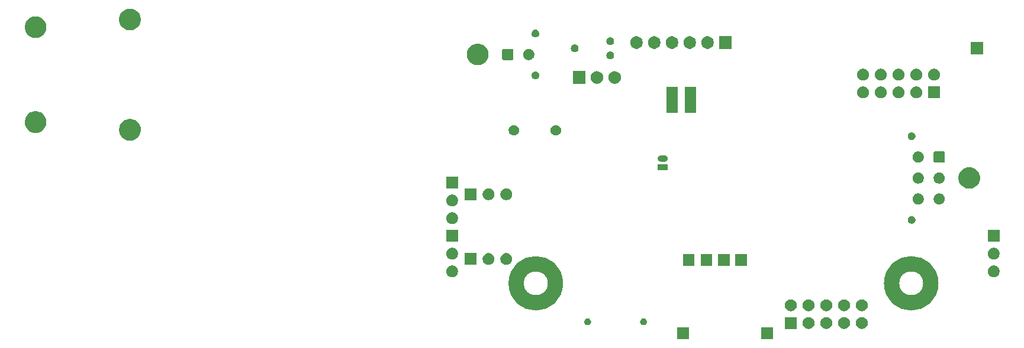
<source format=gbr>
G04 #@! TF.GenerationSoftware,KiCad,Pcbnew,5.1.5+dfsg1-2build2*
G04 #@! TF.CreationDate,2021-11-26T22:32:24+01:00*
G04 #@! TF.ProjectId,wideband_controller_mre,77696465-6261-46e6-945f-636f6e74726f,V1.3*
G04 #@! TF.SameCoordinates,Original*
G04 #@! TF.FileFunction,Soldermask,Bot*
G04 #@! TF.FilePolarity,Negative*
%FSLAX46Y46*%
G04 Gerber Fmt 4.6, Leading zero omitted, Abs format (unit mm)*
G04 Created by KiCad (PCBNEW 5.1.5+dfsg1-2build2) date 2021-11-26 22:32:24*
%MOMM*%
%LPD*%
G04 APERTURE LIST*
%ADD10C,2.200000*%
%ADD11C,0.100000*%
G04 APERTURE END LIST*
D10*
X91300000Y-162700000D02*
G75*
G03X91300000Y-162700000I-2800000J0D01*
G01*
X145000000Y-162700000D02*
G75*
G03X145000000Y-162700000I-2800000J0D01*
G01*
D11*
G36*
X122466200Y-170731200D02*
G01*
X120764200Y-170731200D01*
X120764200Y-169029200D01*
X122466200Y-169029200D01*
X122466200Y-170731200D01*
G37*
G36*
X110401200Y-170731200D02*
G01*
X108699200Y-170731200D01*
X108699200Y-169029200D01*
X110401200Y-169029200D01*
X110401200Y-170731200D01*
G37*
G36*
X125824080Y-169230060D02*
G01*
X124122080Y-169230060D01*
X124122080Y-167528060D01*
X125824080Y-167528060D01*
X125824080Y-169230060D01*
G37*
G36*
X127761308Y-167560763D02*
G01*
X127916180Y-167624913D01*
X128055561Y-167718045D01*
X128174095Y-167836579D01*
X128267227Y-167975960D01*
X128331377Y-168130832D01*
X128364080Y-168295244D01*
X128364080Y-168462876D01*
X128331377Y-168627288D01*
X128267227Y-168782160D01*
X128174095Y-168921541D01*
X128055561Y-169040075D01*
X127916180Y-169133207D01*
X127761308Y-169197357D01*
X127596896Y-169230060D01*
X127429264Y-169230060D01*
X127264852Y-169197357D01*
X127109980Y-169133207D01*
X126970599Y-169040075D01*
X126852065Y-168921541D01*
X126758933Y-168782160D01*
X126694783Y-168627288D01*
X126662080Y-168462876D01*
X126662080Y-168295244D01*
X126694783Y-168130832D01*
X126758933Y-167975960D01*
X126852065Y-167836579D01*
X126970599Y-167718045D01*
X127109980Y-167624913D01*
X127264852Y-167560763D01*
X127429264Y-167528060D01*
X127596896Y-167528060D01*
X127761308Y-167560763D01*
G37*
G36*
X132841308Y-167560763D02*
G01*
X132996180Y-167624913D01*
X133135561Y-167718045D01*
X133254095Y-167836579D01*
X133347227Y-167975960D01*
X133411377Y-168130832D01*
X133444080Y-168295244D01*
X133444080Y-168462876D01*
X133411377Y-168627288D01*
X133347227Y-168782160D01*
X133254095Y-168921541D01*
X133135561Y-169040075D01*
X132996180Y-169133207D01*
X132841308Y-169197357D01*
X132676896Y-169230060D01*
X132509264Y-169230060D01*
X132344852Y-169197357D01*
X132189980Y-169133207D01*
X132050599Y-169040075D01*
X131932065Y-168921541D01*
X131838933Y-168782160D01*
X131774783Y-168627288D01*
X131742080Y-168462876D01*
X131742080Y-168295244D01*
X131774783Y-168130832D01*
X131838933Y-167975960D01*
X131932065Y-167836579D01*
X132050599Y-167718045D01*
X132189980Y-167624913D01*
X132344852Y-167560763D01*
X132509264Y-167528060D01*
X132676896Y-167528060D01*
X132841308Y-167560763D01*
G37*
G36*
X135381308Y-167560763D02*
G01*
X135536180Y-167624913D01*
X135675561Y-167718045D01*
X135794095Y-167836579D01*
X135887227Y-167975960D01*
X135951377Y-168130832D01*
X135984080Y-168295244D01*
X135984080Y-168462876D01*
X135951377Y-168627288D01*
X135887227Y-168782160D01*
X135794095Y-168921541D01*
X135675561Y-169040075D01*
X135536180Y-169133207D01*
X135381308Y-169197357D01*
X135216896Y-169230060D01*
X135049264Y-169230060D01*
X134884852Y-169197357D01*
X134729980Y-169133207D01*
X134590599Y-169040075D01*
X134472065Y-168921541D01*
X134378933Y-168782160D01*
X134314783Y-168627288D01*
X134282080Y-168462876D01*
X134282080Y-168295244D01*
X134314783Y-168130832D01*
X134378933Y-167975960D01*
X134472065Y-167836579D01*
X134590599Y-167718045D01*
X134729980Y-167624913D01*
X134884852Y-167560763D01*
X135049264Y-167528060D01*
X135216896Y-167528060D01*
X135381308Y-167560763D01*
G37*
G36*
X130301308Y-167560763D02*
G01*
X130456180Y-167624913D01*
X130595561Y-167718045D01*
X130714095Y-167836579D01*
X130807227Y-167975960D01*
X130871377Y-168130832D01*
X130904080Y-168295244D01*
X130904080Y-168462876D01*
X130871377Y-168627288D01*
X130807227Y-168782160D01*
X130714095Y-168921541D01*
X130595561Y-169040075D01*
X130456180Y-169133207D01*
X130301308Y-169197357D01*
X130136896Y-169230060D01*
X129969264Y-169230060D01*
X129804852Y-169197357D01*
X129649980Y-169133207D01*
X129510599Y-169040075D01*
X129392065Y-168921541D01*
X129298933Y-168782160D01*
X129234783Y-168627288D01*
X129202080Y-168462876D01*
X129202080Y-168295244D01*
X129234783Y-168130832D01*
X129298933Y-167975960D01*
X129392065Y-167836579D01*
X129510599Y-167718045D01*
X129649980Y-167624913D01*
X129804852Y-167560763D01*
X129969264Y-167528060D01*
X130136896Y-167528060D01*
X130301308Y-167560763D01*
G37*
G36*
X104058532Y-167730541D02*
G01*
X104148707Y-167767893D01*
X104229863Y-167822120D01*
X104298880Y-167891137D01*
X104353107Y-167972293D01*
X104390459Y-168062468D01*
X104409500Y-168158197D01*
X104409500Y-168255803D01*
X104390459Y-168351532D01*
X104353107Y-168441707D01*
X104298880Y-168522863D01*
X104229863Y-168591880D01*
X104148707Y-168646107D01*
X104058532Y-168683459D01*
X103962803Y-168702500D01*
X103865197Y-168702500D01*
X103769468Y-168683459D01*
X103679293Y-168646107D01*
X103598137Y-168591880D01*
X103529120Y-168522863D01*
X103474893Y-168441707D01*
X103437541Y-168351532D01*
X103418500Y-168255803D01*
X103418500Y-168158197D01*
X103437541Y-168062468D01*
X103474893Y-167972293D01*
X103529120Y-167891137D01*
X103598137Y-167822120D01*
X103679293Y-167767893D01*
X103769468Y-167730541D01*
X103865197Y-167711500D01*
X103962803Y-167711500D01*
X104058532Y-167730541D01*
G37*
G36*
X96058532Y-167730541D02*
G01*
X96148707Y-167767893D01*
X96229863Y-167822120D01*
X96298880Y-167891137D01*
X96353107Y-167972293D01*
X96390459Y-168062468D01*
X96409500Y-168158197D01*
X96409500Y-168255803D01*
X96390459Y-168351532D01*
X96353107Y-168441707D01*
X96298880Y-168522863D01*
X96229863Y-168591880D01*
X96148707Y-168646107D01*
X96058532Y-168683459D01*
X95962803Y-168702500D01*
X95865197Y-168702500D01*
X95769468Y-168683459D01*
X95679293Y-168646107D01*
X95598137Y-168591880D01*
X95529120Y-168522863D01*
X95474893Y-168441707D01*
X95437541Y-168351532D01*
X95418500Y-168255803D01*
X95418500Y-168158197D01*
X95437541Y-168062468D01*
X95474893Y-167972293D01*
X95529120Y-167891137D01*
X95598137Y-167822120D01*
X95679293Y-167767893D01*
X95769468Y-167730541D01*
X95865197Y-167711500D01*
X95962803Y-167711500D01*
X96058532Y-167730541D01*
G37*
G36*
X127761308Y-165020763D02*
G01*
X127916180Y-165084913D01*
X128055561Y-165178045D01*
X128174095Y-165296579D01*
X128267227Y-165435960D01*
X128331377Y-165590832D01*
X128364080Y-165755244D01*
X128364080Y-165922876D01*
X128331377Y-166087288D01*
X128267227Y-166242160D01*
X128174095Y-166381541D01*
X128055561Y-166500075D01*
X127916180Y-166593207D01*
X127761308Y-166657357D01*
X127596896Y-166690060D01*
X127429264Y-166690060D01*
X127264852Y-166657357D01*
X127109980Y-166593207D01*
X126970599Y-166500075D01*
X126852065Y-166381541D01*
X126758933Y-166242160D01*
X126694783Y-166087288D01*
X126662080Y-165922876D01*
X126662080Y-165755244D01*
X126694783Y-165590832D01*
X126758933Y-165435960D01*
X126852065Y-165296579D01*
X126970599Y-165178045D01*
X127109980Y-165084913D01*
X127264852Y-165020763D01*
X127429264Y-164988060D01*
X127596896Y-164988060D01*
X127761308Y-165020763D01*
G37*
G36*
X130301308Y-165020763D02*
G01*
X130456180Y-165084913D01*
X130595561Y-165178045D01*
X130714095Y-165296579D01*
X130807227Y-165435960D01*
X130871377Y-165590832D01*
X130904080Y-165755244D01*
X130904080Y-165922876D01*
X130871377Y-166087288D01*
X130807227Y-166242160D01*
X130714095Y-166381541D01*
X130595561Y-166500075D01*
X130456180Y-166593207D01*
X130301308Y-166657357D01*
X130136896Y-166690060D01*
X129969264Y-166690060D01*
X129804852Y-166657357D01*
X129649980Y-166593207D01*
X129510599Y-166500075D01*
X129392065Y-166381541D01*
X129298933Y-166242160D01*
X129234783Y-166087288D01*
X129202080Y-165922876D01*
X129202080Y-165755244D01*
X129234783Y-165590832D01*
X129298933Y-165435960D01*
X129392065Y-165296579D01*
X129510599Y-165178045D01*
X129649980Y-165084913D01*
X129804852Y-165020763D01*
X129969264Y-164988060D01*
X130136896Y-164988060D01*
X130301308Y-165020763D01*
G37*
G36*
X125221308Y-165020763D02*
G01*
X125376180Y-165084913D01*
X125515561Y-165178045D01*
X125634095Y-165296579D01*
X125727227Y-165435960D01*
X125791377Y-165590832D01*
X125824080Y-165755244D01*
X125824080Y-165922876D01*
X125791377Y-166087288D01*
X125727227Y-166242160D01*
X125634095Y-166381541D01*
X125515561Y-166500075D01*
X125376180Y-166593207D01*
X125221308Y-166657357D01*
X125056896Y-166690060D01*
X124889264Y-166690060D01*
X124724852Y-166657357D01*
X124569980Y-166593207D01*
X124430599Y-166500075D01*
X124312065Y-166381541D01*
X124218933Y-166242160D01*
X124154783Y-166087288D01*
X124122080Y-165922876D01*
X124122080Y-165755244D01*
X124154783Y-165590832D01*
X124218933Y-165435960D01*
X124312065Y-165296579D01*
X124430599Y-165178045D01*
X124569980Y-165084913D01*
X124724852Y-165020763D01*
X124889264Y-164988060D01*
X125056896Y-164988060D01*
X125221308Y-165020763D01*
G37*
G36*
X132841308Y-165020763D02*
G01*
X132996180Y-165084913D01*
X133135561Y-165178045D01*
X133254095Y-165296579D01*
X133347227Y-165435960D01*
X133411377Y-165590832D01*
X133444080Y-165755244D01*
X133444080Y-165922876D01*
X133411377Y-166087288D01*
X133347227Y-166242160D01*
X133254095Y-166381541D01*
X133135561Y-166500075D01*
X132996180Y-166593207D01*
X132841308Y-166657357D01*
X132676896Y-166690060D01*
X132509264Y-166690060D01*
X132344852Y-166657357D01*
X132189980Y-166593207D01*
X132050599Y-166500075D01*
X131932065Y-166381541D01*
X131838933Y-166242160D01*
X131774783Y-166087288D01*
X131742080Y-165922876D01*
X131742080Y-165755244D01*
X131774783Y-165590832D01*
X131838933Y-165435960D01*
X131932065Y-165296579D01*
X132050599Y-165178045D01*
X132189980Y-165084913D01*
X132344852Y-165020763D01*
X132509264Y-164988060D01*
X132676896Y-164988060D01*
X132841308Y-165020763D01*
G37*
G36*
X135381308Y-165020763D02*
G01*
X135536180Y-165084913D01*
X135675561Y-165178045D01*
X135794095Y-165296579D01*
X135887227Y-165435960D01*
X135951377Y-165590832D01*
X135984080Y-165755244D01*
X135984080Y-165922876D01*
X135951377Y-166087288D01*
X135887227Y-166242160D01*
X135794095Y-166381541D01*
X135675561Y-166500075D01*
X135536180Y-166593207D01*
X135381308Y-166657357D01*
X135216896Y-166690060D01*
X135049264Y-166690060D01*
X134884852Y-166657357D01*
X134729980Y-166593207D01*
X134590599Y-166500075D01*
X134472065Y-166381541D01*
X134378933Y-166242160D01*
X134314783Y-166087288D01*
X134282080Y-165922876D01*
X134282080Y-165755244D01*
X134314783Y-165590832D01*
X134378933Y-165435960D01*
X134472065Y-165296579D01*
X134590599Y-165178045D01*
X134729980Y-165084913D01*
X134884852Y-165020763D01*
X135049264Y-164988060D01*
X135216896Y-164988060D01*
X135381308Y-165020763D01*
G37*
G36*
X76778428Y-160171903D02*
G01*
X76933300Y-160236053D01*
X77072681Y-160329185D01*
X77191215Y-160447719D01*
X77284347Y-160587100D01*
X77348497Y-160741972D01*
X77381200Y-160906384D01*
X77381200Y-161074016D01*
X77348497Y-161238428D01*
X77284347Y-161393300D01*
X77191215Y-161532681D01*
X77072681Y-161651215D01*
X76933300Y-161744347D01*
X76778428Y-161808497D01*
X76614016Y-161841200D01*
X76446384Y-161841200D01*
X76281972Y-161808497D01*
X76127100Y-161744347D01*
X75987719Y-161651215D01*
X75869185Y-161532681D01*
X75776053Y-161393300D01*
X75711903Y-161238428D01*
X75679200Y-161074016D01*
X75679200Y-160906384D01*
X75711903Y-160741972D01*
X75776053Y-160587100D01*
X75869185Y-160447719D01*
X75987719Y-160329185D01*
X76127100Y-160236053D01*
X76281972Y-160171903D01*
X76446384Y-160139200D01*
X76614016Y-160139200D01*
X76778428Y-160171903D01*
G37*
G36*
X154248428Y-160171903D02*
G01*
X154403300Y-160236053D01*
X154542681Y-160329185D01*
X154661215Y-160447719D01*
X154754347Y-160587100D01*
X154818497Y-160741972D01*
X154851200Y-160906384D01*
X154851200Y-161074016D01*
X154818497Y-161238428D01*
X154754347Y-161393300D01*
X154661215Y-161532681D01*
X154542681Y-161651215D01*
X154403300Y-161744347D01*
X154248428Y-161808497D01*
X154084016Y-161841200D01*
X153916384Y-161841200D01*
X153751972Y-161808497D01*
X153597100Y-161744347D01*
X153457719Y-161651215D01*
X153339185Y-161532681D01*
X153246053Y-161393300D01*
X153181903Y-161238428D01*
X153149200Y-161074016D01*
X153149200Y-160906384D01*
X153181903Y-160741972D01*
X153246053Y-160587100D01*
X153339185Y-160447719D01*
X153457719Y-160329185D01*
X153597100Y-160236053D01*
X153751972Y-160171903D01*
X153916384Y-160139200D01*
X154084016Y-160139200D01*
X154248428Y-160171903D01*
G37*
G36*
X118751600Y-160211800D02*
G01*
X117049600Y-160211800D01*
X117049600Y-158509800D01*
X118751600Y-158509800D01*
X118751600Y-160211800D01*
G37*
G36*
X116251600Y-160211800D02*
G01*
X114549600Y-160211800D01*
X114549600Y-158509800D01*
X116251600Y-158509800D01*
X116251600Y-160211800D01*
G37*
G36*
X111213600Y-160173800D02*
G01*
X109587600Y-160173800D01*
X109587600Y-158547800D01*
X111213600Y-158547800D01*
X111213600Y-160173800D01*
G37*
G36*
X113713600Y-160173800D02*
G01*
X112087600Y-160173800D01*
X112087600Y-158547800D01*
X113713600Y-158547800D01*
X113713600Y-160173800D01*
G37*
G36*
X84525428Y-158393903D02*
G01*
X84680300Y-158458053D01*
X84819681Y-158551185D01*
X84938215Y-158669719D01*
X85031347Y-158809100D01*
X85095497Y-158963972D01*
X85128200Y-159128384D01*
X85128200Y-159296016D01*
X85095497Y-159460428D01*
X85031347Y-159615300D01*
X84938215Y-159754681D01*
X84819681Y-159873215D01*
X84680300Y-159966347D01*
X84525428Y-160030497D01*
X84361016Y-160063200D01*
X84193384Y-160063200D01*
X84028972Y-160030497D01*
X83874100Y-159966347D01*
X83734719Y-159873215D01*
X83616185Y-159754681D01*
X83523053Y-159615300D01*
X83458903Y-159460428D01*
X83426200Y-159296016D01*
X83426200Y-159128384D01*
X83458903Y-158963972D01*
X83523053Y-158809100D01*
X83616185Y-158669719D01*
X83734719Y-158551185D01*
X83874100Y-158458053D01*
X84028972Y-158393903D01*
X84193384Y-158361200D01*
X84361016Y-158361200D01*
X84525428Y-158393903D01*
G37*
G36*
X81985428Y-158393903D02*
G01*
X82140300Y-158458053D01*
X82279681Y-158551185D01*
X82398215Y-158669719D01*
X82491347Y-158809100D01*
X82555497Y-158963972D01*
X82588200Y-159128384D01*
X82588200Y-159296016D01*
X82555497Y-159460428D01*
X82491347Y-159615300D01*
X82398215Y-159754681D01*
X82279681Y-159873215D01*
X82140300Y-159966347D01*
X81985428Y-160030497D01*
X81821016Y-160063200D01*
X81653384Y-160063200D01*
X81488972Y-160030497D01*
X81334100Y-159966347D01*
X81194719Y-159873215D01*
X81076185Y-159754681D01*
X80983053Y-159615300D01*
X80918903Y-159460428D01*
X80886200Y-159296016D01*
X80886200Y-159128384D01*
X80918903Y-158963972D01*
X80983053Y-158809100D01*
X81076185Y-158669719D01*
X81194719Y-158551185D01*
X81334100Y-158458053D01*
X81488972Y-158393903D01*
X81653384Y-158361200D01*
X81821016Y-158361200D01*
X81985428Y-158393903D01*
G37*
G36*
X80048200Y-160063200D02*
G01*
X78346200Y-160063200D01*
X78346200Y-158361200D01*
X80048200Y-158361200D01*
X80048200Y-160063200D01*
G37*
G36*
X76778428Y-157631903D02*
G01*
X76933300Y-157696053D01*
X77072681Y-157789185D01*
X77191215Y-157907719D01*
X77284347Y-158047100D01*
X77348497Y-158201972D01*
X77381200Y-158366384D01*
X77381200Y-158534016D01*
X77348497Y-158698428D01*
X77284347Y-158853300D01*
X77191215Y-158992681D01*
X77072681Y-159111215D01*
X76933300Y-159204347D01*
X76778428Y-159268497D01*
X76614016Y-159301200D01*
X76446384Y-159301200D01*
X76281972Y-159268497D01*
X76127100Y-159204347D01*
X75987719Y-159111215D01*
X75869185Y-158992681D01*
X75776053Y-158853300D01*
X75711903Y-158698428D01*
X75679200Y-158534016D01*
X75679200Y-158366384D01*
X75711903Y-158201972D01*
X75776053Y-158047100D01*
X75869185Y-157907719D01*
X75987719Y-157789185D01*
X76127100Y-157696053D01*
X76281972Y-157631903D01*
X76446384Y-157599200D01*
X76614016Y-157599200D01*
X76778428Y-157631903D01*
G37*
G36*
X154248428Y-157631903D02*
G01*
X154403300Y-157696053D01*
X154542681Y-157789185D01*
X154661215Y-157907719D01*
X154754347Y-158047100D01*
X154818497Y-158201972D01*
X154851200Y-158366384D01*
X154851200Y-158534016D01*
X154818497Y-158698428D01*
X154754347Y-158853300D01*
X154661215Y-158992681D01*
X154542681Y-159111215D01*
X154403300Y-159204347D01*
X154248428Y-159268497D01*
X154084016Y-159301200D01*
X153916384Y-159301200D01*
X153751972Y-159268497D01*
X153597100Y-159204347D01*
X153457719Y-159111215D01*
X153339185Y-158992681D01*
X153246053Y-158853300D01*
X153181903Y-158698428D01*
X153149200Y-158534016D01*
X153149200Y-158366384D01*
X153181903Y-158201972D01*
X153246053Y-158047100D01*
X153339185Y-157907719D01*
X153457719Y-157789185D01*
X153597100Y-157696053D01*
X153751972Y-157631903D01*
X153916384Y-157599200D01*
X154084016Y-157599200D01*
X154248428Y-157631903D01*
G37*
G36*
X77381200Y-156761200D02*
G01*
X75679200Y-156761200D01*
X75679200Y-155059200D01*
X77381200Y-155059200D01*
X77381200Y-156761200D01*
G37*
G36*
X154851200Y-156761200D02*
G01*
X153149200Y-156761200D01*
X153149200Y-155059200D01*
X154851200Y-155059200D01*
X154851200Y-156761200D01*
G37*
G36*
X76778428Y-152551903D02*
G01*
X76933300Y-152616053D01*
X77072681Y-152709185D01*
X77191215Y-152827719D01*
X77284347Y-152967100D01*
X77348497Y-153121972D01*
X77381200Y-153286384D01*
X77381200Y-153454016D01*
X77348497Y-153618428D01*
X77284347Y-153773300D01*
X77191215Y-153912681D01*
X77072681Y-154031215D01*
X76933300Y-154124347D01*
X76778428Y-154188497D01*
X76614016Y-154221200D01*
X76446384Y-154221200D01*
X76281972Y-154188497D01*
X76127100Y-154124347D01*
X75987719Y-154031215D01*
X75869185Y-153912681D01*
X75776053Y-153773300D01*
X75711903Y-153618428D01*
X75679200Y-153454016D01*
X75679200Y-153286384D01*
X75711903Y-153121972D01*
X75776053Y-152967100D01*
X75869185Y-152827719D01*
X75987719Y-152709185D01*
X76127100Y-152616053D01*
X76281972Y-152551903D01*
X76446384Y-152519200D01*
X76614016Y-152519200D01*
X76778428Y-152551903D01*
G37*
G36*
X142420721Y-153070174D02*
G01*
X142520995Y-153111709D01*
X142565812Y-153141655D01*
X142611242Y-153172010D01*
X142687990Y-153248758D01*
X142687991Y-153248760D01*
X142748291Y-153339005D01*
X142789826Y-153439279D01*
X142811000Y-153545730D01*
X142811000Y-153654270D01*
X142789826Y-153760721D01*
X142748291Y-153860995D01*
X142748290Y-153860996D01*
X142687990Y-153951242D01*
X142611242Y-154027990D01*
X142606415Y-154031215D01*
X142520995Y-154088291D01*
X142420721Y-154129826D01*
X142314270Y-154151000D01*
X142205730Y-154151000D01*
X142099279Y-154129826D01*
X141999005Y-154088291D01*
X141913585Y-154031215D01*
X141908758Y-154027990D01*
X141832010Y-153951242D01*
X141771710Y-153860996D01*
X141771709Y-153860995D01*
X141730174Y-153760721D01*
X141709000Y-153654270D01*
X141709000Y-153545730D01*
X141730174Y-153439279D01*
X141771709Y-153339005D01*
X141832009Y-153248760D01*
X141832010Y-153248758D01*
X141908758Y-153172010D01*
X141954188Y-153141655D01*
X141999005Y-153111709D01*
X142099279Y-153070174D01*
X142205730Y-153049000D01*
X142314270Y-153049000D01*
X142420721Y-153070174D01*
G37*
G36*
X76778428Y-150011903D02*
G01*
X76933300Y-150076053D01*
X77072681Y-150169185D01*
X77191215Y-150287719D01*
X77284347Y-150427100D01*
X77348497Y-150581972D01*
X77381200Y-150746384D01*
X77381200Y-150914016D01*
X77348497Y-151078428D01*
X77284347Y-151233300D01*
X77191215Y-151372681D01*
X77072681Y-151491215D01*
X76933300Y-151584347D01*
X76778428Y-151648497D01*
X76614016Y-151681200D01*
X76446384Y-151681200D01*
X76281972Y-151648497D01*
X76127100Y-151584347D01*
X75987719Y-151491215D01*
X75869185Y-151372681D01*
X75776053Y-151233300D01*
X75711903Y-151078428D01*
X75679200Y-150914016D01*
X75679200Y-150746384D01*
X75711903Y-150581972D01*
X75776053Y-150427100D01*
X75869185Y-150287719D01*
X75987719Y-150169185D01*
X76127100Y-150076053D01*
X76281972Y-150011903D01*
X76446384Y-149979200D01*
X76614016Y-149979200D01*
X76778428Y-150011903D01*
G37*
G36*
X146433642Y-149829781D02*
G01*
X146579414Y-149890162D01*
X146579416Y-149890163D01*
X146710608Y-149977822D01*
X146822178Y-150089392D01*
X146889019Y-150189428D01*
X146909838Y-150220586D01*
X146970219Y-150366358D01*
X147001000Y-150521107D01*
X147001000Y-150678893D01*
X146970219Y-150833642D01*
X146909838Y-150979414D01*
X146909837Y-150979416D01*
X146822178Y-151110608D01*
X146710608Y-151222178D01*
X146579416Y-151309837D01*
X146579415Y-151309838D01*
X146579414Y-151309838D01*
X146433642Y-151370219D01*
X146278893Y-151401000D01*
X146121107Y-151401000D01*
X145966358Y-151370219D01*
X145820586Y-151309838D01*
X145820585Y-151309838D01*
X145820584Y-151309837D01*
X145689392Y-151222178D01*
X145577822Y-151110608D01*
X145490163Y-150979416D01*
X145490162Y-150979414D01*
X145429781Y-150833642D01*
X145399000Y-150678893D01*
X145399000Y-150521107D01*
X145429781Y-150366358D01*
X145490162Y-150220586D01*
X145510981Y-150189428D01*
X145577822Y-150089392D01*
X145689392Y-149977822D01*
X145820584Y-149890163D01*
X145820586Y-149890162D01*
X145966358Y-149829781D01*
X146121107Y-149799000D01*
X146278893Y-149799000D01*
X146433642Y-149829781D01*
G37*
G36*
X143433642Y-149829781D02*
G01*
X143579414Y-149890162D01*
X143579416Y-149890163D01*
X143710608Y-149977822D01*
X143822178Y-150089392D01*
X143889019Y-150189428D01*
X143909838Y-150220586D01*
X143970219Y-150366358D01*
X144001000Y-150521107D01*
X144001000Y-150678893D01*
X143970219Y-150833642D01*
X143909838Y-150979414D01*
X143909837Y-150979416D01*
X143822178Y-151110608D01*
X143710608Y-151222178D01*
X143579416Y-151309837D01*
X143579415Y-151309838D01*
X143579414Y-151309838D01*
X143433642Y-151370219D01*
X143278893Y-151401000D01*
X143121107Y-151401000D01*
X142966358Y-151370219D01*
X142820586Y-151309838D01*
X142820585Y-151309838D01*
X142820584Y-151309837D01*
X142689392Y-151222178D01*
X142577822Y-151110608D01*
X142490163Y-150979416D01*
X142490162Y-150979414D01*
X142429781Y-150833642D01*
X142399000Y-150678893D01*
X142399000Y-150521107D01*
X142429781Y-150366358D01*
X142490162Y-150220586D01*
X142510981Y-150189428D01*
X142577822Y-150089392D01*
X142689392Y-149977822D01*
X142820584Y-149890163D01*
X142820586Y-149890162D01*
X142966358Y-149829781D01*
X143121107Y-149799000D01*
X143278893Y-149799000D01*
X143433642Y-149829781D01*
G37*
G36*
X84525428Y-149122903D02*
G01*
X84680300Y-149187053D01*
X84819681Y-149280185D01*
X84938215Y-149398719D01*
X85031347Y-149538100D01*
X85095497Y-149692972D01*
X85128200Y-149857384D01*
X85128200Y-150025016D01*
X85095497Y-150189428D01*
X85031347Y-150344300D01*
X84938215Y-150483681D01*
X84819681Y-150602215D01*
X84680300Y-150695347D01*
X84525428Y-150759497D01*
X84361016Y-150792200D01*
X84193384Y-150792200D01*
X84028972Y-150759497D01*
X83874100Y-150695347D01*
X83734719Y-150602215D01*
X83616185Y-150483681D01*
X83523053Y-150344300D01*
X83458903Y-150189428D01*
X83426200Y-150025016D01*
X83426200Y-149857384D01*
X83458903Y-149692972D01*
X83523053Y-149538100D01*
X83616185Y-149398719D01*
X83734719Y-149280185D01*
X83874100Y-149187053D01*
X84028972Y-149122903D01*
X84193384Y-149090200D01*
X84361016Y-149090200D01*
X84525428Y-149122903D01*
G37*
G36*
X81985428Y-149122903D02*
G01*
X82140300Y-149187053D01*
X82279681Y-149280185D01*
X82398215Y-149398719D01*
X82491347Y-149538100D01*
X82555497Y-149692972D01*
X82588200Y-149857384D01*
X82588200Y-150025016D01*
X82555497Y-150189428D01*
X82491347Y-150344300D01*
X82398215Y-150483681D01*
X82279681Y-150602215D01*
X82140300Y-150695347D01*
X81985428Y-150759497D01*
X81821016Y-150792200D01*
X81653384Y-150792200D01*
X81488972Y-150759497D01*
X81334100Y-150695347D01*
X81194719Y-150602215D01*
X81076185Y-150483681D01*
X80983053Y-150344300D01*
X80918903Y-150189428D01*
X80886200Y-150025016D01*
X80886200Y-149857384D01*
X80918903Y-149692972D01*
X80983053Y-149538100D01*
X81076185Y-149398719D01*
X81194719Y-149280185D01*
X81334100Y-149187053D01*
X81488972Y-149122903D01*
X81653384Y-149090200D01*
X81821016Y-149090200D01*
X81985428Y-149122903D01*
G37*
G36*
X80048200Y-150792200D02*
G01*
X78346200Y-150792200D01*
X78346200Y-149090200D01*
X80048200Y-149090200D01*
X80048200Y-150792200D01*
G37*
G36*
X150822585Y-146078802D02*
G01*
X150972410Y-146108604D01*
X151254674Y-146225521D01*
X151508705Y-146395259D01*
X151724741Y-146611295D01*
X151894479Y-146865326D01*
X152011396Y-147147590D01*
X152071000Y-147447240D01*
X152071000Y-147752760D01*
X152011396Y-148052410D01*
X151894479Y-148334674D01*
X151724741Y-148588705D01*
X151508705Y-148804741D01*
X151254674Y-148974479D01*
X150972410Y-149091396D01*
X150822585Y-149121198D01*
X150672761Y-149151000D01*
X150367239Y-149151000D01*
X150217415Y-149121198D01*
X150067590Y-149091396D01*
X149785326Y-148974479D01*
X149531295Y-148804741D01*
X149315259Y-148588705D01*
X149145521Y-148334674D01*
X149028604Y-148052410D01*
X148969000Y-147752760D01*
X148969000Y-147447240D01*
X149028604Y-147147590D01*
X149145521Y-146865326D01*
X149315259Y-146611295D01*
X149531295Y-146395259D01*
X149785326Y-146225521D01*
X150067590Y-146108604D01*
X150217415Y-146078802D01*
X150367239Y-146049000D01*
X150672761Y-146049000D01*
X150822585Y-146078802D01*
G37*
G36*
X77381200Y-149141200D02*
G01*
X75679200Y-149141200D01*
X75679200Y-147439200D01*
X77381200Y-147439200D01*
X77381200Y-149141200D01*
G37*
G36*
X143433642Y-146829781D02*
G01*
X143579414Y-146890162D01*
X143579416Y-146890163D01*
X143710608Y-146977822D01*
X143822178Y-147089392D01*
X143861064Y-147147590D01*
X143909838Y-147220586D01*
X143970219Y-147366358D01*
X144001000Y-147521107D01*
X144001000Y-147678893D01*
X143970219Y-147833642D01*
X143909838Y-147979414D01*
X143909837Y-147979416D01*
X143822178Y-148110608D01*
X143710608Y-148222178D01*
X143579416Y-148309837D01*
X143579415Y-148309838D01*
X143579414Y-148309838D01*
X143433642Y-148370219D01*
X143278893Y-148401000D01*
X143121107Y-148401000D01*
X142966358Y-148370219D01*
X142820586Y-148309838D01*
X142820585Y-148309838D01*
X142820584Y-148309837D01*
X142689392Y-148222178D01*
X142577822Y-148110608D01*
X142490163Y-147979416D01*
X142490162Y-147979414D01*
X142429781Y-147833642D01*
X142399000Y-147678893D01*
X142399000Y-147521107D01*
X142429781Y-147366358D01*
X142490162Y-147220586D01*
X142538936Y-147147590D01*
X142577822Y-147089392D01*
X142689392Y-146977822D01*
X142820584Y-146890163D01*
X142820586Y-146890162D01*
X142966358Y-146829781D01*
X143121107Y-146799000D01*
X143278893Y-146799000D01*
X143433642Y-146829781D01*
G37*
G36*
X146433642Y-146829781D02*
G01*
X146579414Y-146890162D01*
X146579416Y-146890163D01*
X146710608Y-146977822D01*
X146822178Y-147089392D01*
X146861064Y-147147590D01*
X146909838Y-147220586D01*
X146970219Y-147366358D01*
X147001000Y-147521107D01*
X147001000Y-147678893D01*
X146970219Y-147833642D01*
X146909838Y-147979414D01*
X146909837Y-147979416D01*
X146822178Y-148110608D01*
X146710608Y-148222178D01*
X146579416Y-148309837D01*
X146579415Y-148309838D01*
X146579414Y-148309838D01*
X146433642Y-148370219D01*
X146278893Y-148401000D01*
X146121107Y-148401000D01*
X145966358Y-148370219D01*
X145820586Y-148309838D01*
X145820585Y-148309838D01*
X145820584Y-148309837D01*
X145689392Y-148222178D01*
X145577822Y-148110608D01*
X145490163Y-147979416D01*
X145490162Y-147979414D01*
X145429781Y-147833642D01*
X145399000Y-147678893D01*
X145399000Y-147521107D01*
X145429781Y-147366358D01*
X145490162Y-147220586D01*
X145538936Y-147147590D01*
X145577822Y-147089392D01*
X145689392Y-146977822D01*
X145820584Y-146890163D01*
X145820586Y-146890162D01*
X145966358Y-146829781D01*
X146121107Y-146799000D01*
X146278893Y-146799000D01*
X146433642Y-146829781D01*
G37*
G36*
X107355600Y-146506000D02*
G01*
X105953600Y-146506000D01*
X105953600Y-145604000D01*
X107355600Y-145604000D01*
X107355600Y-146506000D01*
G37*
G36*
X146853048Y-143803122D02*
G01*
X146887387Y-143813539D01*
X146919036Y-143830456D01*
X146946778Y-143853222D01*
X146969544Y-143880964D01*
X146986461Y-143912613D01*
X146996878Y-143946952D01*
X147001000Y-143988807D01*
X147001000Y-145211193D01*
X146996878Y-145253048D01*
X146986461Y-145287387D01*
X146969544Y-145319036D01*
X146946778Y-145346778D01*
X146919036Y-145369544D01*
X146887387Y-145386461D01*
X146853048Y-145396878D01*
X146811193Y-145401000D01*
X145588807Y-145401000D01*
X145546952Y-145396878D01*
X145512613Y-145386461D01*
X145480964Y-145369544D01*
X145453222Y-145346778D01*
X145430456Y-145319036D01*
X145413539Y-145287387D01*
X145403122Y-145253048D01*
X145399000Y-145211193D01*
X145399000Y-143988807D01*
X145403122Y-143946952D01*
X145413539Y-143912613D01*
X145430456Y-143880964D01*
X145453222Y-143853222D01*
X145480964Y-143830456D01*
X145512613Y-143813539D01*
X145546952Y-143803122D01*
X145588807Y-143799000D01*
X146811193Y-143799000D01*
X146853048Y-143803122D01*
G37*
G36*
X143433642Y-143829781D02*
G01*
X143557208Y-143880964D01*
X143579416Y-143890163D01*
X143710608Y-143977822D01*
X143822178Y-144089392D01*
X143909837Y-144220584D01*
X143909838Y-144220586D01*
X143970219Y-144366358D01*
X144001000Y-144521107D01*
X144001000Y-144678893D01*
X143970219Y-144833642D01*
X143943225Y-144898810D01*
X143909837Y-144979416D01*
X143822178Y-145110608D01*
X143710608Y-145222178D01*
X143579416Y-145309837D01*
X143579415Y-145309838D01*
X143579414Y-145309838D01*
X143433642Y-145370219D01*
X143278893Y-145401000D01*
X143121107Y-145401000D01*
X142966358Y-145370219D01*
X142820586Y-145309838D01*
X142820585Y-145309838D01*
X142820584Y-145309837D01*
X142689392Y-145222178D01*
X142577822Y-145110608D01*
X142490163Y-144979416D01*
X142456775Y-144898810D01*
X142429781Y-144833642D01*
X142399000Y-144678893D01*
X142399000Y-144521107D01*
X142429781Y-144366358D01*
X142490162Y-144220586D01*
X142490163Y-144220584D01*
X142577822Y-144089392D01*
X142689392Y-143977822D01*
X142820584Y-143890163D01*
X142842792Y-143880964D01*
X142966358Y-143829781D01*
X143121107Y-143799000D01*
X143278893Y-143799000D01*
X143433642Y-143829781D01*
G37*
G36*
X106993010Y-144365925D02*
G01*
X107078026Y-144391714D01*
X107156375Y-144433593D01*
X107225049Y-144489951D01*
X107281407Y-144558625D01*
X107323286Y-144636974D01*
X107349075Y-144721990D01*
X107357782Y-144810400D01*
X107349075Y-144898810D01*
X107323286Y-144983826D01*
X107281407Y-145062175D01*
X107225049Y-145130849D01*
X107156375Y-145187207D01*
X107078026Y-145229086D01*
X106993010Y-145254875D01*
X106926758Y-145261400D01*
X106382442Y-145261400D01*
X106316190Y-145254875D01*
X106231174Y-145229086D01*
X106152825Y-145187207D01*
X106084151Y-145130849D01*
X106027793Y-145062175D01*
X105985914Y-144983826D01*
X105960125Y-144898810D01*
X105951418Y-144810400D01*
X105960125Y-144721990D01*
X105985914Y-144636974D01*
X106027793Y-144558625D01*
X106084151Y-144489951D01*
X106152825Y-144433593D01*
X106231174Y-144391714D01*
X106316190Y-144365925D01*
X106382442Y-144359400D01*
X106926758Y-144359400D01*
X106993010Y-144365925D01*
G37*
G36*
X30801277Y-139188263D02*
G01*
X30901152Y-139208129D01*
X31018059Y-139256554D01*
X31183391Y-139325036D01*
X31437401Y-139494760D01*
X31653420Y-139710779D01*
X31823144Y-139964789D01*
X31940051Y-140247029D01*
X31973676Y-140416070D01*
X31999650Y-140546653D01*
X31999650Y-140852147D01*
X31940051Y-141151772D01*
X31931668Y-141172010D01*
X31823144Y-141434011D01*
X31653420Y-141688021D01*
X31437401Y-141904040D01*
X31183391Y-142073764D01*
X31018059Y-142142246D01*
X30901152Y-142190671D01*
X30801277Y-142210537D01*
X30601529Y-142250270D01*
X30296031Y-142250270D01*
X30096283Y-142210537D01*
X29996408Y-142190671D01*
X29879501Y-142142246D01*
X29714169Y-142073764D01*
X29460159Y-141904040D01*
X29244140Y-141688021D01*
X29074416Y-141434011D01*
X28965892Y-141172010D01*
X28957509Y-141151772D01*
X28897910Y-140852147D01*
X28897910Y-140546653D01*
X28923885Y-140416070D01*
X28957509Y-140247029D01*
X29074416Y-139964789D01*
X29244140Y-139710779D01*
X29460159Y-139494760D01*
X29714169Y-139325036D01*
X29879501Y-139256554D01*
X29996408Y-139208129D01*
X30096283Y-139188263D01*
X30296031Y-139148530D01*
X30601529Y-139148530D01*
X30801277Y-139188263D01*
G37*
G36*
X142420721Y-141070174D02*
G01*
X142520995Y-141111709D01*
X142565812Y-141141655D01*
X142611242Y-141172010D01*
X142687990Y-141248758D01*
X142687991Y-141248760D01*
X142748291Y-141339005D01*
X142789826Y-141439279D01*
X142811000Y-141545730D01*
X142811000Y-141654270D01*
X142789826Y-141760721D01*
X142748291Y-141860995D01*
X142748290Y-141860996D01*
X142687990Y-141951242D01*
X142611242Y-142027990D01*
X142565812Y-142058345D01*
X142520995Y-142088291D01*
X142420721Y-142129826D01*
X142314270Y-142151000D01*
X142205730Y-142151000D01*
X142099279Y-142129826D01*
X141999005Y-142088291D01*
X141954188Y-142058345D01*
X141908758Y-142027990D01*
X141832010Y-141951242D01*
X141771710Y-141860996D01*
X141771709Y-141860995D01*
X141730174Y-141760721D01*
X141709000Y-141654270D01*
X141709000Y-141545730D01*
X141730174Y-141439279D01*
X141771709Y-141339005D01*
X141832009Y-141248760D01*
X141832010Y-141248758D01*
X141908758Y-141172010D01*
X141954188Y-141141655D01*
X141999005Y-141111709D01*
X142099279Y-141070174D01*
X142205730Y-141049000D01*
X142314270Y-141049000D01*
X142420721Y-141070174D01*
G37*
G36*
X85579659Y-140049660D02*
G01*
X85716332Y-140106272D01*
X85839335Y-140188460D01*
X85943940Y-140293065D01*
X85971420Y-140334192D01*
X86026129Y-140416070D01*
X86082740Y-140552741D01*
X86089794Y-140588202D01*
X86111600Y-140697833D01*
X86111600Y-140845767D01*
X86082740Y-140990859D01*
X86026128Y-141127532D01*
X85943940Y-141250535D01*
X85839335Y-141355140D01*
X85716332Y-141437328D01*
X85716331Y-141437329D01*
X85716330Y-141437329D01*
X85579659Y-141493940D01*
X85434568Y-141522800D01*
X85286632Y-141522800D01*
X85141541Y-141493940D01*
X85004870Y-141437329D01*
X85004869Y-141437329D01*
X85004868Y-141437328D01*
X84881865Y-141355140D01*
X84777260Y-141250535D01*
X84695072Y-141127532D01*
X84638460Y-140990859D01*
X84609600Y-140845767D01*
X84609600Y-140697833D01*
X84631407Y-140588202D01*
X84638460Y-140552741D01*
X84695071Y-140416070D01*
X84749780Y-140334192D01*
X84777260Y-140293065D01*
X84881865Y-140188460D01*
X85004868Y-140106272D01*
X85141541Y-140049660D01*
X85286632Y-140020800D01*
X85434568Y-140020800D01*
X85579659Y-140049660D01*
G37*
G36*
X91579659Y-140049660D02*
G01*
X91716332Y-140106272D01*
X91839335Y-140188460D01*
X91943940Y-140293065D01*
X91971420Y-140334192D01*
X92026129Y-140416070D01*
X92082740Y-140552741D01*
X92089794Y-140588202D01*
X92111600Y-140697833D01*
X92111600Y-140845767D01*
X92082740Y-140990859D01*
X92026128Y-141127532D01*
X91943940Y-141250535D01*
X91839335Y-141355140D01*
X91716332Y-141437328D01*
X91716331Y-141437329D01*
X91716330Y-141437329D01*
X91579659Y-141493940D01*
X91434568Y-141522800D01*
X91286632Y-141522800D01*
X91141541Y-141493940D01*
X91004870Y-141437329D01*
X91004869Y-141437329D01*
X91004868Y-141437328D01*
X90881865Y-141355140D01*
X90777260Y-141250535D01*
X90695072Y-141127532D01*
X90638460Y-140990859D01*
X90609600Y-140845767D01*
X90609600Y-140697833D01*
X90631407Y-140588202D01*
X90638460Y-140552741D01*
X90695071Y-140416070D01*
X90749780Y-140334192D01*
X90777260Y-140293065D01*
X90881865Y-140188460D01*
X91004868Y-140106272D01*
X91141541Y-140049660D01*
X91286632Y-140020800D01*
X91434568Y-140020800D01*
X91579659Y-140049660D01*
G37*
G36*
X17303717Y-138088443D02*
G01*
X17403592Y-138108309D01*
X17520499Y-138156734D01*
X17685831Y-138225216D01*
X17939841Y-138394940D01*
X18155860Y-138610959D01*
X18325584Y-138864969D01*
X18394066Y-139030301D01*
X18442491Y-139147208D01*
X18502090Y-139446833D01*
X18502090Y-139752327D01*
X18448688Y-140020800D01*
X18442491Y-140051951D01*
X18325584Y-140334191D01*
X18155860Y-140588201D01*
X17939841Y-140804220D01*
X17685831Y-140973944D01*
X17520499Y-141042426D01*
X17403592Y-141090851D01*
X17303717Y-141110717D01*
X17103969Y-141150450D01*
X16798471Y-141150450D01*
X16598723Y-141110717D01*
X16498848Y-141090851D01*
X16381941Y-141042426D01*
X16216609Y-140973944D01*
X15962599Y-140804220D01*
X15746580Y-140588201D01*
X15576856Y-140334191D01*
X15459949Y-140051951D01*
X15453753Y-140020800D01*
X15400350Y-139752327D01*
X15400350Y-139446833D01*
X15459949Y-139147208D01*
X15508374Y-139030301D01*
X15576856Y-138864969D01*
X15746580Y-138610959D01*
X15962599Y-138394940D01*
X16216609Y-138225216D01*
X16381941Y-138156734D01*
X16498848Y-138108309D01*
X16598723Y-138088443D01*
X16798471Y-138048710D01*
X17103969Y-138048710D01*
X17303717Y-138088443D01*
G37*
G36*
X111401000Y-138251000D02*
G01*
X109799000Y-138251000D01*
X109799000Y-134549000D01*
X111401000Y-134549000D01*
X111401000Y-138251000D01*
G37*
G36*
X108801000Y-138251000D02*
G01*
X107199000Y-138251000D01*
X107199000Y-134549000D01*
X108801000Y-134549000D01*
X108801000Y-138251000D01*
G37*
G36*
X140646728Y-134517903D02*
G01*
X140801600Y-134582053D01*
X140940981Y-134675185D01*
X141059515Y-134793719D01*
X141152647Y-134933100D01*
X141216797Y-135087972D01*
X141249500Y-135252384D01*
X141249500Y-135420016D01*
X141216797Y-135584428D01*
X141152647Y-135739300D01*
X141059515Y-135878681D01*
X140940981Y-135997215D01*
X140801600Y-136090347D01*
X140646728Y-136154497D01*
X140482316Y-136187200D01*
X140314684Y-136187200D01*
X140150272Y-136154497D01*
X139995400Y-136090347D01*
X139856019Y-135997215D01*
X139737485Y-135878681D01*
X139644353Y-135739300D01*
X139580203Y-135584428D01*
X139547500Y-135420016D01*
X139547500Y-135252384D01*
X139580203Y-135087972D01*
X139644353Y-134933100D01*
X139737485Y-134793719D01*
X139856019Y-134675185D01*
X139995400Y-134582053D01*
X140150272Y-134517903D01*
X140314684Y-134485200D01*
X140482316Y-134485200D01*
X140646728Y-134517903D01*
G37*
G36*
X135566728Y-134517903D02*
G01*
X135721600Y-134582053D01*
X135860981Y-134675185D01*
X135979515Y-134793719D01*
X136072647Y-134933100D01*
X136136797Y-135087972D01*
X136169500Y-135252384D01*
X136169500Y-135420016D01*
X136136797Y-135584428D01*
X136072647Y-135739300D01*
X135979515Y-135878681D01*
X135860981Y-135997215D01*
X135721600Y-136090347D01*
X135566728Y-136154497D01*
X135402316Y-136187200D01*
X135234684Y-136187200D01*
X135070272Y-136154497D01*
X134915400Y-136090347D01*
X134776019Y-135997215D01*
X134657485Y-135878681D01*
X134564353Y-135739300D01*
X134500203Y-135584428D01*
X134467500Y-135420016D01*
X134467500Y-135252384D01*
X134500203Y-135087972D01*
X134564353Y-134933100D01*
X134657485Y-134793719D01*
X134776019Y-134675185D01*
X134915400Y-134582053D01*
X135070272Y-134517903D01*
X135234684Y-134485200D01*
X135402316Y-134485200D01*
X135566728Y-134517903D01*
G37*
G36*
X138106728Y-134517903D02*
G01*
X138261600Y-134582053D01*
X138400981Y-134675185D01*
X138519515Y-134793719D01*
X138612647Y-134933100D01*
X138676797Y-135087972D01*
X138709500Y-135252384D01*
X138709500Y-135420016D01*
X138676797Y-135584428D01*
X138612647Y-135739300D01*
X138519515Y-135878681D01*
X138400981Y-135997215D01*
X138261600Y-136090347D01*
X138106728Y-136154497D01*
X137942316Y-136187200D01*
X137774684Y-136187200D01*
X137610272Y-136154497D01*
X137455400Y-136090347D01*
X137316019Y-135997215D01*
X137197485Y-135878681D01*
X137104353Y-135739300D01*
X137040203Y-135584428D01*
X137007500Y-135420016D01*
X137007500Y-135252384D01*
X137040203Y-135087972D01*
X137104353Y-134933100D01*
X137197485Y-134793719D01*
X137316019Y-134675185D01*
X137455400Y-134582053D01*
X137610272Y-134517903D01*
X137774684Y-134485200D01*
X137942316Y-134485200D01*
X138106728Y-134517903D01*
G37*
G36*
X143186728Y-134517903D02*
G01*
X143341600Y-134582053D01*
X143480981Y-134675185D01*
X143599515Y-134793719D01*
X143692647Y-134933100D01*
X143756797Y-135087972D01*
X143789500Y-135252384D01*
X143789500Y-135420016D01*
X143756797Y-135584428D01*
X143692647Y-135739300D01*
X143599515Y-135878681D01*
X143480981Y-135997215D01*
X143341600Y-136090347D01*
X143186728Y-136154497D01*
X143022316Y-136187200D01*
X142854684Y-136187200D01*
X142690272Y-136154497D01*
X142535400Y-136090347D01*
X142396019Y-135997215D01*
X142277485Y-135878681D01*
X142184353Y-135739300D01*
X142120203Y-135584428D01*
X142087500Y-135420016D01*
X142087500Y-135252384D01*
X142120203Y-135087972D01*
X142184353Y-134933100D01*
X142277485Y-134793719D01*
X142396019Y-134675185D01*
X142535400Y-134582053D01*
X142690272Y-134517903D01*
X142854684Y-134485200D01*
X143022316Y-134485200D01*
X143186728Y-134517903D01*
G37*
G36*
X146329500Y-136187200D02*
G01*
X144627500Y-136187200D01*
X144627500Y-134485200D01*
X146329500Y-134485200D01*
X146329500Y-136187200D01*
G37*
G36*
X99893512Y-132303927D02*
G01*
X100042812Y-132333624D01*
X100206784Y-132401544D01*
X100354354Y-132500147D01*
X100479853Y-132625646D01*
X100578456Y-132773216D01*
X100646376Y-132937188D01*
X100681000Y-133111259D01*
X100681000Y-133288741D01*
X100646376Y-133462812D01*
X100578456Y-133626784D01*
X100479853Y-133774354D01*
X100354354Y-133899853D01*
X100206784Y-133998456D01*
X100042812Y-134066376D01*
X99893512Y-134096073D01*
X99868742Y-134101000D01*
X99691258Y-134101000D01*
X99666488Y-134096073D01*
X99517188Y-134066376D01*
X99353216Y-133998456D01*
X99205646Y-133899853D01*
X99080147Y-133774354D01*
X98981544Y-133626784D01*
X98913624Y-133462812D01*
X98879000Y-133288741D01*
X98879000Y-133111259D01*
X98913624Y-132937188D01*
X98981544Y-132773216D01*
X99080147Y-132625646D01*
X99205646Y-132500147D01*
X99353216Y-132401544D01*
X99517188Y-132333624D01*
X99666488Y-132303927D01*
X99691258Y-132299000D01*
X99868742Y-132299000D01*
X99893512Y-132303927D01*
G37*
G36*
X97353512Y-132303927D02*
G01*
X97502812Y-132333624D01*
X97666784Y-132401544D01*
X97814354Y-132500147D01*
X97939853Y-132625646D01*
X98038456Y-132773216D01*
X98106376Y-132937188D01*
X98141000Y-133111259D01*
X98141000Y-133288741D01*
X98106376Y-133462812D01*
X98038456Y-133626784D01*
X97939853Y-133774354D01*
X97814354Y-133899853D01*
X97666784Y-133998456D01*
X97502812Y-134066376D01*
X97353512Y-134096073D01*
X97328742Y-134101000D01*
X97151258Y-134101000D01*
X97126488Y-134096073D01*
X96977188Y-134066376D01*
X96813216Y-133998456D01*
X96665646Y-133899853D01*
X96540147Y-133774354D01*
X96441544Y-133626784D01*
X96373624Y-133462812D01*
X96339000Y-133288741D01*
X96339000Y-133111259D01*
X96373624Y-132937188D01*
X96441544Y-132773216D01*
X96540147Y-132625646D01*
X96665646Y-132500147D01*
X96813216Y-132401544D01*
X96977188Y-132333624D01*
X97126488Y-132303927D01*
X97151258Y-132299000D01*
X97328742Y-132299000D01*
X97353512Y-132303927D01*
G37*
G36*
X95601000Y-134101000D02*
G01*
X93799000Y-134101000D01*
X93799000Y-132299000D01*
X95601000Y-132299000D01*
X95601000Y-134101000D01*
G37*
G36*
X145726728Y-131977903D02*
G01*
X145881600Y-132042053D01*
X146020981Y-132135185D01*
X146139515Y-132253719D01*
X146232647Y-132393100D01*
X146296797Y-132547972D01*
X146329500Y-132712384D01*
X146329500Y-132880016D01*
X146296797Y-133044428D01*
X146232647Y-133199300D01*
X146139515Y-133338681D01*
X146020981Y-133457215D01*
X145881600Y-133550347D01*
X145726728Y-133614497D01*
X145562316Y-133647200D01*
X145394684Y-133647200D01*
X145230272Y-133614497D01*
X145075400Y-133550347D01*
X144936019Y-133457215D01*
X144817485Y-133338681D01*
X144724353Y-133199300D01*
X144660203Y-133044428D01*
X144627500Y-132880016D01*
X144627500Y-132712384D01*
X144660203Y-132547972D01*
X144724353Y-132393100D01*
X144817485Y-132253719D01*
X144936019Y-132135185D01*
X145075400Y-132042053D01*
X145230272Y-131977903D01*
X145394684Y-131945200D01*
X145562316Y-131945200D01*
X145726728Y-131977903D01*
G37*
G36*
X140646728Y-131977903D02*
G01*
X140801600Y-132042053D01*
X140940981Y-132135185D01*
X141059515Y-132253719D01*
X141152647Y-132393100D01*
X141216797Y-132547972D01*
X141249500Y-132712384D01*
X141249500Y-132880016D01*
X141216797Y-133044428D01*
X141152647Y-133199300D01*
X141059515Y-133338681D01*
X140940981Y-133457215D01*
X140801600Y-133550347D01*
X140646728Y-133614497D01*
X140482316Y-133647200D01*
X140314684Y-133647200D01*
X140150272Y-133614497D01*
X139995400Y-133550347D01*
X139856019Y-133457215D01*
X139737485Y-133338681D01*
X139644353Y-133199300D01*
X139580203Y-133044428D01*
X139547500Y-132880016D01*
X139547500Y-132712384D01*
X139580203Y-132547972D01*
X139644353Y-132393100D01*
X139737485Y-132253719D01*
X139856019Y-132135185D01*
X139995400Y-132042053D01*
X140150272Y-131977903D01*
X140314684Y-131945200D01*
X140482316Y-131945200D01*
X140646728Y-131977903D01*
G37*
G36*
X138106728Y-131977903D02*
G01*
X138261600Y-132042053D01*
X138400981Y-132135185D01*
X138519515Y-132253719D01*
X138612647Y-132393100D01*
X138676797Y-132547972D01*
X138709500Y-132712384D01*
X138709500Y-132880016D01*
X138676797Y-133044428D01*
X138612647Y-133199300D01*
X138519515Y-133338681D01*
X138400981Y-133457215D01*
X138261600Y-133550347D01*
X138106728Y-133614497D01*
X137942316Y-133647200D01*
X137774684Y-133647200D01*
X137610272Y-133614497D01*
X137455400Y-133550347D01*
X137316019Y-133457215D01*
X137197485Y-133338681D01*
X137104353Y-133199300D01*
X137040203Y-133044428D01*
X137007500Y-132880016D01*
X137007500Y-132712384D01*
X137040203Y-132547972D01*
X137104353Y-132393100D01*
X137197485Y-132253719D01*
X137316019Y-132135185D01*
X137455400Y-132042053D01*
X137610272Y-131977903D01*
X137774684Y-131945200D01*
X137942316Y-131945200D01*
X138106728Y-131977903D01*
G37*
G36*
X143186728Y-131977903D02*
G01*
X143341600Y-132042053D01*
X143480981Y-132135185D01*
X143599515Y-132253719D01*
X143692647Y-132393100D01*
X143756797Y-132547972D01*
X143789500Y-132712384D01*
X143789500Y-132880016D01*
X143756797Y-133044428D01*
X143692647Y-133199300D01*
X143599515Y-133338681D01*
X143480981Y-133457215D01*
X143341600Y-133550347D01*
X143186728Y-133614497D01*
X143022316Y-133647200D01*
X142854684Y-133647200D01*
X142690272Y-133614497D01*
X142535400Y-133550347D01*
X142396019Y-133457215D01*
X142277485Y-133338681D01*
X142184353Y-133199300D01*
X142120203Y-133044428D01*
X142087500Y-132880016D01*
X142087500Y-132712384D01*
X142120203Y-132547972D01*
X142184353Y-132393100D01*
X142277485Y-132253719D01*
X142396019Y-132135185D01*
X142535400Y-132042053D01*
X142690272Y-131977903D01*
X142854684Y-131945200D01*
X143022316Y-131945200D01*
X143186728Y-131977903D01*
G37*
G36*
X135566728Y-131977903D02*
G01*
X135721600Y-132042053D01*
X135860981Y-132135185D01*
X135979515Y-132253719D01*
X136072647Y-132393100D01*
X136136797Y-132547972D01*
X136169500Y-132712384D01*
X136169500Y-132880016D01*
X136136797Y-133044428D01*
X136072647Y-133199300D01*
X135979515Y-133338681D01*
X135860981Y-133457215D01*
X135721600Y-133550347D01*
X135566728Y-133614497D01*
X135402316Y-133647200D01*
X135234684Y-133647200D01*
X135070272Y-133614497D01*
X134915400Y-133550347D01*
X134776019Y-133457215D01*
X134657485Y-133338681D01*
X134564353Y-133199300D01*
X134500203Y-133044428D01*
X134467500Y-132880016D01*
X134467500Y-132712384D01*
X134500203Y-132547972D01*
X134564353Y-132393100D01*
X134657485Y-132253719D01*
X134776019Y-132135185D01*
X134915400Y-132042053D01*
X135070272Y-131977903D01*
X135234684Y-131945200D01*
X135402316Y-131945200D01*
X135566728Y-131977903D01*
G37*
G36*
X88600721Y-132370174D02*
G01*
X88700995Y-132411709D01*
X88700996Y-132411710D01*
X88791242Y-132472010D01*
X88867990Y-132548758D01*
X88867991Y-132548760D01*
X88928291Y-132639005D01*
X88969826Y-132739279D01*
X88991000Y-132845730D01*
X88991000Y-132954270D01*
X88969826Y-133060721D01*
X88928291Y-133160995D01*
X88928290Y-133160996D01*
X88867990Y-133251242D01*
X88791242Y-133327990D01*
X88745812Y-133358345D01*
X88700995Y-133388291D01*
X88600721Y-133429826D01*
X88494270Y-133451000D01*
X88385730Y-133451000D01*
X88279279Y-133429826D01*
X88179005Y-133388291D01*
X88134188Y-133358345D01*
X88088758Y-133327990D01*
X88012010Y-133251242D01*
X87951710Y-133160996D01*
X87951709Y-133160995D01*
X87910174Y-133060721D01*
X87889000Y-132954270D01*
X87889000Y-132845730D01*
X87910174Y-132739279D01*
X87951709Y-132639005D01*
X88012009Y-132548760D01*
X88012010Y-132548758D01*
X88088758Y-132472010D01*
X88179004Y-132411710D01*
X88179005Y-132411709D01*
X88279279Y-132370174D01*
X88385730Y-132349000D01*
X88494270Y-132349000D01*
X88600721Y-132370174D01*
G37*
G36*
X80482585Y-128378802D02*
G01*
X80632410Y-128408604D01*
X80914674Y-128525521D01*
X81168705Y-128695259D01*
X81384741Y-128911295D01*
X81554479Y-129165326D01*
X81671396Y-129447590D01*
X81691031Y-129546300D01*
X81731000Y-129747239D01*
X81731000Y-130052761D01*
X81727609Y-130069807D01*
X81671396Y-130352410D01*
X81554479Y-130634674D01*
X81384741Y-130888705D01*
X81168705Y-131104741D01*
X80914674Y-131274479D01*
X80632410Y-131391396D01*
X80482585Y-131421198D01*
X80332761Y-131451000D01*
X80027239Y-131451000D01*
X79877415Y-131421198D01*
X79727590Y-131391396D01*
X79445326Y-131274479D01*
X79191295Y-131104741D01*
X78975259Y-130888705D01*
X78805521Y-130634674D01*
X78688604Y-130352410D01*
X78632391Y-130069807D01*
X78629000Y-130052761D01*
X78629000Y-129747239D01*
X78668969Y-129546300D01*
X78688604Y-129447590D01*
X78805521Y-129165326D01*
X78975259Y-128911295D01*
X79191295Y-128695259D01*
X79445326Y-128525521D01*
X79727590Y-128408604D01*
X79877415Y-128378802D01*
X80027239Y-128349000D01*
X80332761Y-128349000D01*
X80482585Y-128378802D01*
G37*
G36*
X87733642Y-129129781D02*
G01*
X87857208Y-129180964D01*
X87879416Y-129190163D01*
X88010608Y-129277822D01*
X88122178Y-129389392D01*
X88185475Y-129484124D01*
X88209838Y-129520586D01*
X88270219Y-129666358D01*
X88301000Y-129821107D01*
X88301000Y-129978893D01*
X88270219Y-130133642D01*
X88211761Y-130274771D01*
X88209837Y-130279416D01*
X88122178Y-130410608D01*
X88010608Y-130522178D01*
X87879416Y-130609837D01*
X87879415Y-130609838D01*
X87879414Y-130609838D01*
X87733642Y-130670219D01*
X87578893Y-130701000D01*
X87421107Y-130701000D01*
X87266358Y-130670219D01*
X87120586Y-130609838D01*
X87120585Y-130609838D01*
X87120584Y-130609837D01*
X86989392Y-130522178D01*
X86877822Y-130410608D01*
X86790163Y-130279416D01*
X86788239Y-130274771D01*
X86729781Y-130133642D01*
X86699000Y-129978893D01*
X86699000Y-129821107D01*
X86729781Y-129666358D01*
X86790162Y-129520586D01*
X86814525Y-129484124D01*
X86877822Y-129389392D01*
X86989392Y-129277822D01*
X87120584Y-129190163D01*
X87142792Y-129180964D01*
X87266358Y-129129781D01*
X87421107Y-129099000D01*
X87578893Y-129099000D01*
X87733642Y-129129781D01*
G37*
G36*
X85153048Y-129103122D02*
G01*
X85187387Y-129113539D01*
X85219036Y-129130456D01*
X85246778Y-129153222D01*
X85269544Y-129180964D01*
X85286461Y-129212613D01*
X85296878Y-129246952D01*
X85301000Y-129288807D01*
X85301000Y-130511193D01*
X85296878Y-130553048D01*
X85286461Y-130587387D01*
X85269544Y-130619036D01*
X85246778Y-130646778D01*
X85219036Y-130669544D01*
X85187387Y-130686461D01*
X85153048Y-130696878D01*
X85111193Y-130701000D01*
X83888807Y-130701000D01*
X83846952Y-130696878D01*
X83812613Y-130686461D01*
X83780964Y-130669544D01*
X83753222Y-130646778D01*
X83730456Y-130619036D01*
X83713539Y-130587387D01*
X83703122Y-130553048D01*
X83699000Y-130511193D01*
X83699000Y-129288807D01*
X83703122Y-129246952D01*
X83713539Y-129212613D01*
X83730456Y-129180964D01*
X83753222Y-129153222D01*
X83780964Y-129130456D01*
X83812613Y-129113539D01*
X83846952Y-129103122D01*
X83888807Y-129099000D01*
X85111193Y-129099000D01*
X85153048Y-129103122D01*
G37*
G36*
X99246578Y-129480197D02*
G01*
X99299350Y-129490694D01*
X99398770Y-129531875D01*
X99488246Y-129591661D01*
X99564339Y-129667754D01*
X99624125Y-129757230D01*
X99665306Y-129856650D01*
X99686300Y-129962194D01*
X99686300Y-130069806D01*
X99665306Y-130175350D01*
X99624125Y-130274770D01*
X99564339Y-130364246D01*
X99488246Y-130440339D01*
X99398770Y-130500125D01*
X99299350Y-130541306D01*
X99246578Y-130551803D01*
X99193807Y-130562300D01*
X99086193Y-130562300D01*
X99033422Y-130551803D01*
X98980650Y-130541306D01*
X98881230Y-130500125D01*
X98791754Y-130440339D01*
X98715661Y-130364246D01*
X98655875Y-130274770D01*
X98614694Y-130175350D01*
X98593700Y-130069806D01*
X98593700Y-129962194D01*
X98614694Y-129856650D01*
X98655875Y-129757230D01*
X98715661Y-129667754D01*
X98791754Y-129591661D01*
X98881230Y-129531875D01*
X98980650Y-129490694D01*
X99033422Y-129480197D01*
X99086193Y-129469700D01*
X99193807Y-129469700D01*
X99246578Y-129480197D01*
G37*
G36*
X152501000Y-129901000D02*
G01*
X150699000Y-129901000D01*
X150699000Y-128099000D01*
X152501000Y-128099000D01*
X152501000Y-129901000D01*
G37*
G36*
X94159610Y-128462811D02*
G01*
X94219350Y-128474694D01*
X94318770Y-128515875D01*
X94408246Y-128575661D01*
X94484339Y-128651754D01*
X94544125Y-128741230D01*
X94585306Y-128840650D01*
X94606300Y-128946194D01*
X94606300Y-129053806D01*
X94585306Y-129159350D01*
X94544125Y-129258770D01*
X94484339Y-129348246D01*
X94408246Y-129424339D01*
X94318770Y-129484125D01*
X94219350Y-129525306D01*
X94186325Y-129531875D01*
X94113807Y-129546300D01*
X94006193Y-129546300D01*
X93933675Y-129531875D01*
X93900650Y-129525306D01*
X93801230Y-129484125D01*
X93711754Y-129424339D01*
X93635661Y-129348246D01*
X93575875Y-129258770D01*
X93534694Y-129159350D01*
X93513700Y-129053806D01*
X93513700Y-128946194D01*
X93534694Y-128840650D01*
X93575875Y-128741230D01*
X93635661Y-128651754D01*
X93711754Y-128575661D01*
X93801230Y-128515875D01*
X93900650Y-128474694D01*
X93960390Y-128462811D01*
X94006193Y-128453700D01*
X94113807Y-128453700D01*
X94159610Y-128462811D01*
G37*
G36*
X110633512Y-127303927D02*
G01*
X110782812Y-127333624D01*
X110946784Y-127401544D01*
X111094354Y-127500147D01*
X111219853Y-127625646D01*
X111318456Y-127773216D01*
X111386376Y-127937188D01*
X111421000Y-128111259D01*
X111421000Y-128288741D01*
X111386376Y-128462812D01*
X111318456Y-128626784D01*
X111219853Y-128774354D01*
X111094354Y-128899853D01*
X110946784Y-128998456D01*
X110782812Y-129066376D01*
X110633512Y-129096073D01*
X110608742Y-129101000D01*
X110431258Y-129101000D01*
X110406488Y-129096073D01*
X110257188Y-129066376D01*
X110093216Y-128998456D01*
X109945646Y-128899853D01*
X109820147Y-128774354D01*
X109721544Y-128626784D01*
X109653624Y-128462812D01*
X109619000Y-128288741D01*
X109619000Y-128111259D01*
X109653624Y-127937188D01*
X109721544Y-127773216D01*
X109820147Y-127625646D01*
X109945646Y-127500147D01*
X110093216Y-127401544D01*
X110257188Y-127333624D01*
X110406488Y-127303927D01*
X110431258Y-127299000D01*
X110608742Y-127299000D01*
X110633512Y-127303927D01*
G37*
G36*
X103013512Y-127303927D02*
G01*
X103162812Y-127333624D01*
X103326784Y-127401544D01*
X103474354Y-127500147D01*
X103599853Y-127625646D01*
X103698456Y-127773216D01*
X103766376Y-127937188D01*
X103801000Y-128111259D01*
X103801000Y-128288741D01*
X103766376Y-128462812D01*
X103698456Y-128626784D01*
X103599853Y-128774354D01*
X103474354Y-128899853D01*
X103326784Y-128998456D01*
X103162812Y-129066376D01*
X103013512Y-129096073D01*
X102988742Y-129101000D01*
X102811258Y-129101000D01*
X102786488Y-129096073D01*
X102637188Y-129066376D01*
X102473216Y-128998456D01*
X102325646Y-128899853D01*
X102200147Y-128774354D01*
X102101544Y-128626784D01*
X102033624Y-128462812D01*
X101999000Y-128288741D01*
X101999000Y-128111259D01*
X102033624Y-127937188D01*
X102101544Y-127773216D01*
X102200147Y-127625646D01*
X102325646Y-127500147D01*
X102473216Y-127401544D01*
X102637188Y-127333624D01*
X102786488Y-127303927D01*
X102811258Y-127299000D01*
X102988742Y-127299000D01*
X103013512Y-127303927D01*
G37*
G36*
X105553512Y-127303927D02*
G01*
X105702812Y-127333624D01*
X105866784Y-127401544D01*
X106014354Y-127500147D01*
X106139853Y-127625646D01*
X106238456Y-127773216D01*
X106306376Y-127937188D01*
X106341000Y-128111259D01*
X106341000Y-128288741D01*
X106306376Y-128462812D01*
X106238456Y-128626784D01*
X106139853Y-128774354D01*
X106014354Y-128899853D01*
X105866784Y-128998456D01*
X105702812Y-129066376D01*
X105553512Y-129096073D01*
X105528742Y-129101000D01*
X105351258Y-129101000D01*
X105326488Y-129096073D01*
X105177188Y-129066376D01*
X105013216Y-128998456D01*
X104865646Y-128899853D01*
X104740147Y-128774354D01*
X104641544Y-128626784D01*
X104573624Y-128462812D01*
X104539000Y-128288741D01*
X104539000Y-128111259D01*
X104573624Y-127937188D01*
X104641544Y-127773216D01*
X104740147Y-127625646D01*
X104865646Y-127500147D01*
X105013216Y-127401544D01*
X105177188Y-127333624D01*
X105326488Y-127303927D01*
X105351258Y-127299000D01*
X105528742Y-127299000D01*
X105553512Y-127303927D01*
G37*
G36*
X108093512Y-127303927D02*
G01*
X108242812Y-127333624D01*
X108406784Y-127401544D01*
X108554354Y-127500147D01*
X108679853Y-127625646D01*
X108778456Y-127773216D01*
X108846376Y-127937188D01*
X108881000Y-128111259D01*
X108881000Y-128288741D01*
X108846376Y-128462812D01*
X108778456Y-128626784D01*
X108679853Y-128774354D01*
X108554354Y-128899853D01*
X108406784Y-128998456D01*
X108242812Y-129066376D01*
X108093512Y-129096073D01*
X108068742Y-129101000D01*
X107891258Y-129101000D01*
X107866488Y-129096073D01*
X107717188Y-129066376D01*
X107553216Y-128998456D01*
X107405646Y-128899853D01*
X107280147Y-128774354D01*
X107181544Y-128626784D01*
X107113624Y-128462812D01*
X107079000Y-128288741D01*
X107079000Y-128111259D01*
X107113624Y-127937188D01*
X107181544Y-127773216D01*
X107280147Y-127625646D01*
X107405646Y-127500147D01*
X107553216Y-127401544D01*
X107717188Y-127333624D01*
X107866488Y-127303927D01*
X107891258Y-127299000D01*
X108068742Y-127299000D01*
X108093512Y-127303927D01*
G37*
G36*
X113173512Y-127303927D02*
G01*
X113322812Y-127333624D01*
X113486784Y-127401544D01*
X113634354Y-127500147D01*
X113759853Y-127625646D01*
X113858456Y-127773216D01*
X113926376Y-127937188D01*
X113961000Y-128111259D01*
X113961000Y-128288741D01*
X113926376Y-128462812D01*
X113858456Y-128626784D01*
X113759853Y-128774354D01*
X113634354Y-128899853D01*
X113486784Y-128998456D01*
X113322812Y-129066376D01*
X113173512Y-129096073D01*
X113148742Y-129101000D01*
X112971258Y-129101000D01*
X112946488Y-129096073D01*
X112797188Y-129066376D01*
X112633216Y-128998456D01*
X112485646Y-128899853D01*
X112360147Y-128774354D01*
X112261544Y-128626784D01*
X112193624Y-128462812D01*
X112159000Y-128288741D01*
X112159000Y-128111259D01*
X112193624Y-127937188D01*
X112261544Y-127773216D01*
X112360147Y-127625646D01*
X112485646Y-127500147D01*
X112633216Y-127401544D01*
X112797188Y-127333624D01*
X112946488Y-127303927D01*
X112971258Y-127299000D01*
X113148742Y-127299000D01*
X113173512Y-127303927D01*
G37*
G36*
X116501000Y-129101000D02*
G01*
X114699000Y-129101000D01*
X114699000Y-127299000D01*
X116501000Y-127299000D01*
X116501000Y-129101000D01*
G37*
G36*
X99246578Y-127448197D02*
G01*
X99299350Y-127458694D01*
X99398770Y-127499875D01*
X99488246Y-127559661D01*
X99564339Y-127635754D01*
X99624125Y-127725230D01*
X99665306Y-127824650D01*
X99686300Y-127930194D01*
X99686300Y-128037806D01*
X99665306Y-128143350D01*
X99624125Y-128242770D01*
X99564339Y-128332246D01*
X99488246Y-128408339D01*
X99398770Y-128468125D01*
X99299350Y-128509306D01*
X99266325Y-128515875D01*
X99193807Y-128530300D01*
X99086193Y-128530300D01*
X99013675Y-128515875D01*
X98980650Y-128509306D01*
X98881230Y-128468125D01*
X98791754Y-128408339D01*
X98715661Y-128332246D01*
X98655875Y-128242770D01*
X98614694Y-128143350D01*
X98593700Y-128037806D01*
X98593700Y-127930194D01*
X98614694Y-127824650D01*
X98655875Y-127725230D01*
X98715661Y-127635754D01*
X98791754Y-127559661D01*
X98881230Y-127499875D01*
X98980650Y-127458694D01*
X99033422Y-127448197D01*
X99086193Y-127437700D01*
X99193807Y-127437700D01*
X99246578Y-127448197D01*
G37*
G36*
X17303717Y-124489283D02*
G01*
X17403592Y-124509149D01*
X17520499Y-124557574D01*
X17685831Y-124626056D01*
X17939841Y-124795780D01*
X18155860Y-125011799D01*
X18325584Y-125265809D01*
X18361687Y-125352971D01*
X18442491Y-125548048D01*
X18502090Y-125847673D01*
X18502090Y-126153167D01*
X18442491Y-126452792D01*
X18402740Y-126548758D01*
X18325584Y-126735031D01*
X18155860Y-126989041D01*
X17939841Y-127205060D01*
X17685831Y-127374784D01*
X17520499Y-127443266D01*
X17403592Y-127491691D01*
X17303717Y-127511557D01*
X17103969Y-127551290D01*
X16798471Y-127551290D01*
X16598723Y-127511557D01*
X16498848Y-127491691D01*
X16381941Y-127443266D01*
X16216609Y-127374784D01*
X15962599Y-127205060D01*
X15746580Y-126989041D01*
X15576856Y-126735031D01*
X15499700Y-126548758D01*
X15459949Y-126452792D01*
X15400350Y-126153167D01*
X15400350Y-125847673D01*
X15459949Y-125548048D01*
X15540753Y-125352971D01*
X15576856Y-125265809D01*
X15746580Y-125011799D01*
X15962599Y-124795780D01*
X16216609Y-124626056D01*
X16381941Y-124557574D01*
X16498848Y-124509149D01*
X16598723Y-124489283D01*
X16798471Y-124449550D01*
X17103969Y-124449550D01*
X17303717Y-124489283D01*
G37*
G36*
X88600721Y-126370174D02*
G01*
X88700995Y-126411709D01*
X88700996Y-126411710D01*
X88791242Y-126472010D01*
X88867990Y-126548758D01*
X88867991Y-126548760D01*
X88928291Y-126639005D01*
X88969826Y-126739279D01*
X88991000Y-126845730D01*
X88991000Y-126954270D01*
X88969826Y-127060721D01*
X88928291Y-127160995D01*
X88928290Y-127160996D01*
X88867990Y-127251242D01*
X88791242Y-127327990D01*
X88745812Y-127358345D01*
X88700995Y-127388291D01*
X88600721Y-127429826D01*
X88494270Y-127451000D01*
X88385730Y-127451000D01*
X88279279Y-127429826D01*
X88179005Y-127388291D01*
X88134188Y-127358345D01*
X88088758Y-127327990D01*
X88012010Y-127251242D01*
X87951710Y-127160996D01*
X87951709Y-127160995D01*
X87910174Y-127060721D01*
X87889000Y-126954270D01*
X87889000Y-126845730D01*
X87910174Y-126739279D01*
X87951709Y-126639005D01*
X88012009Y-126548760D01*
X88012010Y-126548758D01*
X88088758Y-126472010D01*
X88179004Y-126411710D01*
X88179005Y-126411709D01*
X88279279Y-126370174D01*
X88385730Y-126349000D01*
X88494270Y-126349000D01*
X88600721Y-126370174D01*
G37*
G36*
X30801277Y-123389463D02*
G01*
X30901152Y-123409329D01*
X31018059Y-123457754D01*
X31183391Y-123526236D01*
X31437401Y-123695960D01*
X31653420Y-123911979D01*
X31823144Y-124165989D01*
X31940051Y-124448229D01*
X31999650Y-124747851D01*
X31999650Y-125053349D01*
X31940051Y-125352971D01*
X31823144Y-125635211D01*
X31653420Y-125889221D01*
X31437401Y-126105240D01*
X31183391Y-126274964D01*
X31018059Y-126343446D01*
X30901152Y-126391871D01*
X30801419Y-126411709D01*
X30601529Y-126451470D01*
X30296031Y-126451470D01*
X30096141Y-126411709D01*
X29996408Y-126391871D01*
X29879501Y-126343446D01*
X29714169Y-126274964D01*
X29460159Y-126105240D01*
X29244140Y-125889221D01*
X29074416Y-125635211D01*
X28957509Y-125352971D01*
X28897910Y-125053349D01*
X28897910Y-124747851D01*
X28957509Y-124448229D01*
X29074416Y-124165989D01*
X29244140Y-123911979D01*
X29460159Y-123695960D01*
X29714169Y-123526236D01*
X29879501Y-123457754D01*
X29996408Y-123409329D01*
X30096283Y-123389463D01*
X30296031Y-123349730D01*
X30601529Y-123349730D01*
X30801277Y-123389463D01*
G37*
M02*

</source>
